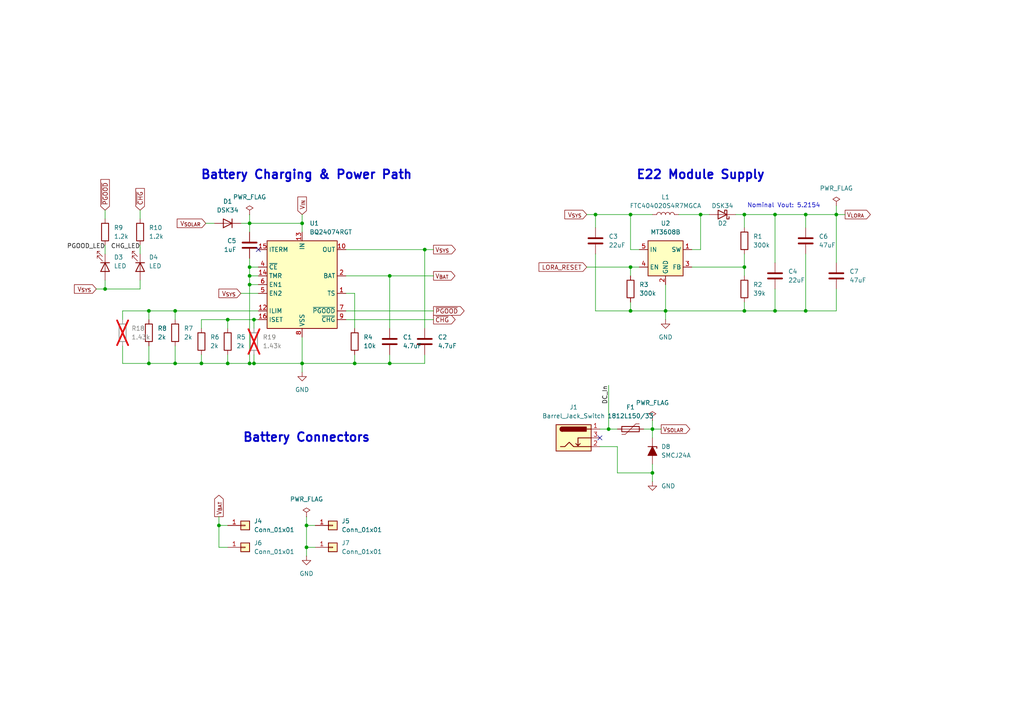
<source format=kicad_sch>
(kicad_sch (version 20250114) (generator "eeschema") (generator_version "9.0")
  (paper "A4")
  (lib_symbols
    (symbol "Battery_Management:BQ24074RGT"
      (property "Reference" "U" (at -8.89 13.97 0))
      (property "Value" "BQ24074RGT" (at 16.51 13.97 0))
      (symbol "BQ24074RGT_0_1"
        (rectangle (start -10.16 12.7) (end 10.16 -12.7) (stroke (width 0.254)) (fill (type background)))
      )
      (symbol "BQ24074RGT_1_1"
        (pin input line (at -12.7 10.16 0) (length 2.54) (name "ITERM") (number "15"))
        (pin input line (at -12.7 5.08 0) (length 2.54) (name "~{CE}") (number "4"))
        (pin input line (at -12.7 2.54 0) (length 2.54) (name "TMR") (number "14"))
        (pin input line (at -12.7 0 0) (length 2.54) (name "EN1") (number "6"))
        (pin input line (at -12.7 -2.54 0) (length 2.54) (name "EN2") (number "5"))
        (pin passive line (at -12.7 -7.62 0) (length 2.54) (name "ILIM") (number "12"))
        (pin passive line (at -12.7 -10.16 0) (length 2.54) (name "ISET") (number "16"))
        (pin power_in line (at 0 15.24 270) (length 2.54) (name "IN") (number "13"))
        (pin passive line (at 0 -15.24 90) (length 2.54) (hide yes) (name "VSS") (number "17"))
        (pin power_in line (at 0 -15.24 90) (length 2.54) (name "VSS") (number "8"))
        (pin power_out line (at 12.7 10.16 180) (length 2.54) (name "OUT") (number "10"))
        (pin passive line (at 12.7 10.16 180) (length 2.54) (hide yes) (name "OUT") (number "11"))
        (pin power_out line (at 12.7 2.54 180) (length 2.54) (name "BAT") (number "2"))
        (pin passive line (at 12.7 2.54 180) (length 2.54) (hide yes) (name "BAT") (number "3"))
        (pin passive line (at 12.7 -2.54 180) (length 2.54) (name "TS") (number "1"))
        (pin open_collector line (at 12.7 -7.62 180) (length 2.54) (name "~{PGOOD}") (number "7"))
        (pin open_collector line (at 12.7 -10.16 180) (length 2.54) (name "~{CHG}") (number "9"))
      )
    )
    (symbol "Connector:Barrel_Jack_Switch" (pin_names (hide yes))
      (property "Reference" "J" (at 0 5.334 0))
      (property "Value" "Barrel_Jack_Switch" (at 0 -5.08 0))
      (symbol "Barrel_Jack_Switch_0_1"
        (rectangle (start -5.08 3.81) (end 5.08 -3.81) (stroke (width 0.254)) (fill (type background)))
        (polyline (pts (xy -3.81 -2.54) (xy -2.54 -2.54) (xy -1.27 -1.27) (xy 0 -2.54) (xy 2.54 -2.54) (xy 5.08 -2.54)) (stroke (width 0.254)))
        (arc (start -3.302 1.905) (mid -3.9343 2.54) (end -3.302 3.175) (stroke (width 0.254)))
        (arc (start -3.302 1.905) (mid -3.9343 2.54) (end -3.302 3.175) (stroke (width 0.254)) (fill (type outline)))
        (polyline (pts (xy 1.27 -2.286) (xy 1.905 -1.651)) (stroke (width 0.254)))
        (rectangle (start 3.683 3.175) (end -3.302 1.905) (stroke (width 0.254)) (fill (type outline)))
        (polyline (pts (xy 5.08 2.54) (xy 3.81 2.54)) (stroke (width 0.254)))
        (polyline (pts (xy 5.08 0) (xy 1.27 0) (xy 1.27 -2.286) (xy 0.635 -1.651)) (stroke (width 0.254)))
      )
      (symbol "Barrel_Jack_Switch_1_1"
        (pin passive line (at 7.62 2.54 180) (length 2.54) (name "~") (number "1"))
        (pin passive line (at 7.62 0 180) (length 2.54) (name "~") (number "3"))
        (pin passive line (at 7.62 -2.54 180) (length 2.54) (name "~") (number "2"))
      )
    )
    (symbol "Connector_Generic:Conn_01x01" (pin_names (offset 1.016) (hide yes))
      (property "Reference" "J" (at 0 2.54 0))
      (property "Value" "Conn_01x01" (at 0 -2.54 0))
      (symbol "Conn_01x01_1_1"
        (rectangle (start -1.27 1.27) (end 1.27 -1.27) (stroke (width 0.254)) (fill (type background)))
        (rectangle (start -1.27 0.127) (end 0 -0.127) (stroke (width 0.1524)))
        (pin passive line (at -5.08 0 0) (length 3.81) (name "Pin_1") (number "1"))
      )
    )
    (symbol "Device:C" (pin_numbers (hide yes)) (pin_names (offset 0.254))
      (property "Reference" "C" (at 0.635 2.54 0))
      (property "Value" "C" (at 0.635 -2.54 0))
      (symbol "C_0_1"
        (polyline (pts (xy -2.032 0.762) (xy 2.032 0.762)) (stroke (width 0.508)))
        (polyline (pts (xy -2.032 -0.762) (xy 2.032 -0.762)) (stroke (width 0.508)))
      )
      (symbol "C_1_1"
        (pin passive line (at 0 3.81 270) (length 2.794) (name "~") (number "1"))
        (pin passive line (at 0 -3.81 90) (length 2.794) (name "~") (number "2"))
      )
    )
    (symbol "Device:D" (pin_numbers (hide yes)) (pin_names (offset 1.016) (hide yes))
      (property "Reference" "D" (at 0 2.54 0))
      (property "Value" "D" (at 0 -2.54 0))
      (symbol "D_0_1"
        (polyline (pts (xy -1.27 1.27) (xy -1.27 -1.27)) (stroke (width 0.254)))
        (polyline (pts (xy 1.27 1.27) (xy 1.27 -1.27) (xy -1.27 0) (xy 1.27 1.27)) (stroke (width 0.254)))
        (polyline (pts (xy 1.27 0) (xy -1.27 0)))
      )
      (symbol "D_1_1"
        (pin passive line (at -3.81 0 0) (length 2.54) (name "K") (number "1"))
        (pin passive line (at 3.81 0 180) (length 2.54) (name "A") (number "2"))
      )
    )
    (symbol "Device:D_Schottky" (pin_numbers (hide yes)) (pin_names (offset 1.016) (hide yes))
      (property "Reference" "D" (at 0 2.54 0))
      (property "Value" "D_Schottky" (at 0 -2.54 0))
      (symbol "D_Schottky_0_1"
        (polyline (pts (xy -1.905 0.635) (xy -1.905 1.27) (xy -1.27 1.27) (xy -1.27 -1.27) (xy -0.635 -1.27) (xy -0.635 -0.635)) (stroke (width 0.254)))
        (polyline (pts (xy 1.27 1.27) (xy 1.27 -1.27) (xy -1.27 0) (xy 1.27 1.27)) (stroke (width 0.254)))
        (polyline (pts (xy 1.27 0) (xy -1.27 0)))
      )
      (symbol "D_Schottky_1_1"
        (pin passive line (at -3.81 0 0) (length 2.54) (name "K") (number "1"))
        (pin passive line (at 3.81 0 180) (length 2.54) (name "A") (number "2"))
      )
    )
    (symbol "Device:D_Zener_Filled" (pin_numbers (hide yes)) (pin_names (offset 1.016) (hide yes))
      (property "Reference" "D" (at 0 2.54 0))
      (property "Value" "D_Zener_Filled" (at 0 -2.54 0))
      (symbol "D_Zener_Filled_0_1"
        (polyline (pts (xy -1.27 -1.27) (xy -1.27 1.27) (xy -0.762 1.27)) (stroke (width 0.254)))
        (polyline (pts (xy 1.27 0) (xy -1.27 0)))
        (polyline (pts (xy 1.27 -1.27) (xy 1.27 1.27) (xy -1.27 0) (xy 1.27 -1.27)) (stroke (width 0.254)) (fill (type outline)))
      )
      (symbol "D_Zener_Filled_1_1"
        (pin passive line (at -3.81 0 0) (length 2.54) (name "K") (number "1"))
        (pin passive line (at 3.81 0 180) (length 2.54) (name "A") (number "2"))
      )
    )
    (symbol "Device:L" (pin_numbers (hide yes)) (pin_names (offset 1.016) (hide yes))
      (property "Reference" "L" (at -1.27 0 90))
      (property "Value" "L" (at 1.905 0 90))
      (symbol "L_0_1"
        (arc (start 0 2.54) (mid 0.6323 1.905) (end 0 1.27))
        (arc (start 0 1.27) (mid 0.6323 0.635) (end 0 0))
        (arc (start 0 0) (mid 0.6323 -0.635) (end 0 -1.27))
        (arc (start 0 -1.27) (mid 0.6323 -1.905) (end 0 -2.54))
      )
      (symbol "L_1_1"
        (pin passive line (at 0 3.81 270) (length 1.27) (name "1") (number "1"))
        (pin passive line (at 0 -3.81 90) (length 1.27) (name "2") (number "2"))
      )
    )
    (symbol "Device:LED" (pin_numbers (hide yes)) (pin_names (offset 1.016) (hide yes))
      (property "Reference" "D" (at 0 2.54 0))
      (property "Value" "LED" (at 0 -2.54 0))
      (symbol "LED_0_1"
        (polyline (pts (xy -3.048 -0.762) (xy -4.572 -2.286) (xy -3.81 -2.286) (xy -4.572 -2.286) (xy -4.572 -1.524)))
        (polyline (pts (xy -1.778 -0.762) (xy -3.302 -2.286) (xy -2.54 -2.286) (xy -3.302 -2.286) (xy -3.302 -1.524)))
        (polyline (pts (xy -1.27 0) (xy 1.27 0)))
        (polyline (pts (xy -1.27 -1.27) (xy -1.27 1.27)) (stroke (width 0.254)))
        (polyline (pts (xy 1.27 -1.27) (xy 1.27 1.27) (xy -1.27 0) (xy 1.27 -1.27)) (stroke (width 0.254)))
      )
      (symbol "LED_1_1"
        (pin passive line (at -3.81 0 0) (length 2.54) (name "K") (number "1"))
        (pin passive line (at 3.81 0 180) (length 2.54) (name "A") (number "2"))
      )
    )
    (symbol "Device:Polyfuse" (pin_numbers (hide yes)) (pin_names (offset 0))
      (property "Reference" "F" (at -2.54 0 90))
      (property "Value" "Polyfuse" (at 2.54 0 90))
      (symbol "Polyfuse_0_1"
        (polyline (pts (xy -1.524 2.54) (xy -1.524 1.524) (xy 1.524 -1.524) (xy 1.524 -2.54)))
        (rectangle (start -0.762 2.54) (end 0.762 -2.54) (stroke (width 0.254)))
        (polyline (pts (xy 0 2.54) (xy 0 -2.54)))
      )
      (symbol "Polyfuse_1_1"
        (pin passive line (at 0 3.81 270) (length 1.27) (name "~") (number "1"))
        (pin passive line (at 0 -3.81 90) (length 1.27) (name "~") (number "2"))
      )
    )
    (symbol "Device:R" (pin_numbers (hide yes)) (pin_names (offset 0))
      (property "Reference" "R" (at 2.032 0 90))
      (property "Value" "R" (at 0 0 90))
      (symbol "R_0_1"
        (rectangle (start -1.016 -2.54) (end 1.016 2.54) (stroke (width 0.254)))
      )
      (symbol "R_1_1"
        (pin passive line (at 0 3.81 270) (length 1.27) (name "~") (number "1"))
        (pin passive line (at 0 -3.81 90) (length 1.27) (name "~") (number "2"))
      )
    )
    (symbol "Regulator_Switching:MT3608"
      (property "Reference" "U" (at -2.54 8.89 0))
      (property "Value" "MT3608" (at -3.81 6.35 0))
      (symbol "MT3608_0_1"
        (rectangle (start -5.08 5.08) (end 5.08 -5.08) (stroke (width 0.254)) (fill (type background)))
      )
      (symbol "MT3608_1_1"
        (pin power_in line (at -7.62 2.54 0) (length 2.54) (name "IN") (number "5"))
        (pin input line (at -7.62 -2.54 0) (length 2.54) (name "EN") (number "4"))
        (pin power_in line (at 0 -7.62 90) (length 2.54) (name "GND") (number "2"))
        (pin no_connect line (at 5.08 0 180) (length 2.54) (hide yes) (name "NC") (number "6"))
        (pin passive line (at 7.62 2.54 180) (length 2.54) (name "SW") (number "1"))
        (pin input line (at 7.62 -2.54 180) (length 2.54) (name "FB") (number "3"))
      )
    )
    (symbol "power:GND" (power) (pin_numbers (hide yes)) (pin_names (offset 0) (hide yes))
      (property "Value" "GND" (at 0 -3.81 0))
      (symbol "GND_0_1"
        (polyline (pts (xy 0 0) (xy 0 -1.27) (xy 1.27 -1.27) (xy 0 -2.54) (xy -1.27 -1.27) (xy 0 -1.27)))
      )
      (symbol "GND_1_1"
        (pin power_in line (at 0 0 270) (length 0) (name "~") (number "1"))
      )
    )
    (symbol "power:PWR_FLAG" (power) (pin_numbers (hide yes)) (pin_names (offset 0) (hide yes))
      (property "Value" "PWR_FLAG" (at 0 3.81 0))
      (symbol "PWR_FLAG_0_0"
        (pin power_out line (at 0 0 90) (length 0) (name "~") (number "1"))
      )
      (symbol "PWR_FLAG_0_1"
        (polyline (pts (xy 0 0) (xy 0 1.27) (xy -1.016 1.905) (xy 0 2.54) (xy 1.016 1.905) (xy 0 1.27)))
      )
    )
  )
  (text "E22 Module Supply" (at 203.2 50.8 0) (effects (font (size 2.54 2.54) (thickness 0.508) (bold yes))))
  (text "Battery Connectors" (at 88.9 127 0) (effects (font (size 2.54 2.54) (thickness 0.508) (bold yes))))
  (text "Battery Charging & Power Path" (at 88.9 50.8 0) (effects (font (size 2.54 2.54) (thickness 0.508) (bold yes))))
  (text "Nominal Vout: 5.2154" (at 227.33 59.69 0) (effects (font (size 1.27 1.27))))
  (junction (at 215.9 62.23))
  (junction (at 215.9 90.17))
  (junction (at 43.18 105.41))
  (junction (at 113.03 105.41))
  (junction (at 224.79 62.23))
  (junction (at 66.04 92.71))
  (junction (at 87.63 105.41))
  (junction (at 102.87 105.41))
  (junction (at 233.68 90.17))
  (junction (at 50.8 105.41))
  (junction (at 72.39 105.41))
  (junction (at 233.68 62.23))
  (junction (at 73.66 92.71))
  (junction (at 224.79 90.17))
  (junction (at 203.2 62.23))
  (junction (at 72.39 77.47))
  (junction (at 88.9 158.75))
  (junction (at 43.18 90.17))
  (junction (at 182.88 77.47))
  (junction (at 66.04 105.41))
  (junction (at 87.63 64.77))
  (junction (at 193.04 90.17))
  (junction (at 189.23 124.46))
  (junction (at 113.03 80.01))
  (junction (at 72.39 64.77))
  (junction (at 215.9 77.47))
  (junction (at 182.88 90.17))
  (junction (at 58.42 105.41))
  (junction (at 172.72 62.23))
  (junction (at 242.57 62.23))
  (junction (at 72.39 80.01))
  (junction (at 88.9 152.4))
  (junction (at 123.19 72.39))
  (junction (at 63.5 152.4))
  (junction (at 73.66 105.41))
  (junction (at 182.88 62.23))
  (junction (at 189.23 137.16))
  (junction (at 176.53 124.46))
  (junction (at 30.48 83.82))
  (junction (at 72.39 82.55))
  (junction (at 50.8 90.17))
  (no_connect (at 173.99 127))
  (no_connect (at 74.93 72.39))
  (wire (pts (xy 100.33 90.17) (xy 125.73 90.17)))
  (wire (pts (xy 27.94 83.82) (xy 30.48 83.82)))
  (wire (pts (xy 35.56 100.33) (xy 35.56 105.41)))
  (wire (pts (xy 58.42 92.71) (xy 66.04 92.71)))
  (wire (pts (xy 72.39 62.23) (xy 72.39 64.77)))
  (wire (pts (xy 113.03 102.87) (xy 113.03 105.41)))
  (wire (pts (xy 66.04 105.41) (xy 72.39 105.41)))
  (wire (pts (xy 196.85 62.23) (xy 203.2 62.23)))
  (wire (pts (xy 30.48 81.28) (xy 30.48 83.82)))
  (wire (pts (xy 74.93 90.17) (xy 50.8 90.17)))
  (wire (pts (xy 113.03 80.01) (xy 113.03 95.25)))
  (wire (pts (xy 63.5 149.86) (xy 63.5 152.4)))
  (wire (pts (xy 69.85 64.77) (xy 72.39 64.77)))
  (wire (pts (xy 72.39 74.93) (xy 72.39 77.47)))
  (wire (pts (xy 40.64 71.12) (xy 40.64 73.66)))
  (wire (pts (xy 182.88 87.63) (xy 182.88 90.17)))
  (wire (pts (xy 242.57 59.69) (xy 242.57 62.23)))
  (wire (pts (xy 182.88 72.39) (xy 185.42 72.39)))
  (wire (pts (xy 172.72 73.66) (xy 172.72 90.17)))
  (wire (pts (xy 170.18 62.23) (xy 172.72 62.23)))
  (wire (pts (xy 215.9 66.04) (xy 215.9 62.23)))
  (wire (pts (xy 87.63 105.41) (xy 102.87 105.41)))
  (wire (pts (xy 43.18 100.33) (xy 43.18 105.41)))
  (wire (pts (xy 66.04 92.71) (xy 66.04 95.25)))
  (wire (pts (xy 74.93 92.71) (xy 73.66 92.71)))
  (wire (pts (xy 63.5 152.4) (xy 66.04 152.4)))
  (wire (pts (xy 35.56 92.71) (xy 35.56 90.17)))
  (wire (pts (xy 88.9 152.4) (xy 88.9 158.75)))
  (wire (pts (xy 182.88 90.17) (xy 172.72 90.17)))
  (wire (pts (xy 102.87 105.41) (xy 102.87 102.87)))
  (wire (pts (xy 50.8 100.33) (xy 50.8 105.41)))
  (wire (pts (xy 40.64 83.82) (xy 40.64 81.28)))
  (wire (pts (xy 242.57 83.82) (xy 242.57 90.17)))
  (wire (pts (xy 215.9 77.47) (xy 215.9 80.01)))
  (wire (pts (xy 74.93 82.55) (xy 72.39 82.55)))
  (wire (pts (xy 182.88 62.23) (xy 189.23 62.23)))
  (wire (pts (xy 50.8 90.17) (xy 50.8 92.71)))
  (wire (pts (xy 30.48 83.82) (xy 40.64 83.82)))
  (wire (pts (xy 43.18 92.71) (xy 43.18 90.17)))
  (wire (pts (xy 170.18 77.47) (xy 182.88 77.47)))
  (wire (pts (xy 242.57 90.17) (xy 233.68 90.17)))
  (wire (pts (xy 72.39 64.77) (xy 87.63 64.77)))
  (wire (pts (xy 179.07 129.54) (xy 173.99 129.54)))
  (wire (pts (xy 100.33 80.01) (xy 113.03 80.01)))
  (wire (pts (xy 72.39 77.47) (xy 72.39 80.01)))
  (wire (pts (xy 215.9 90.17) (xy 224.79 90.17)))
  (wire (pts (xy 200.66 77.47) (xy 215.9 77.47)))
  (wire (pts (xy 73.66 92.71) (xy 73.66 95.25)))
  (wire (pts (xy 73.66 105.41) (xy 87.63 105.41)))
  (wire (pts (xy 193.04 82.55) (xy 193.04 90.17)))
  (wire (pts (xy 233.68 62.23) (xy 242.57 62.23)))
  (wire (pts (xy 172.72 62.23) (xy 182.88 62.23)))
  (wire (pts (xy 91.44 152.4) (xy 88.9 152.4)))
  (wire (pts (xy 215.9 77.47) (xy 215.9 73.66)))
  (wire (pts (xy 66.04 158.75) (xy 63.5 158.75)))
  (wire (pts (xy 173.99 124.46) (xy 176.53 124.46)))
  (wire (pts (xy 193.04 90.17) (xy 215.9 90.17)))
  (wire (pts (xy 113.03 80.01) (xy 125.73 80.01)))
  (wire (pts (xy 72.39 64.77) (xy 72.39 67.31)))
  (wire (pts (xy 35.56 90.17) (xy 43.18 90.17)))
  (wire (pts (xy 74.93 77.47) (xy 72.39 77.47)))
  (wire (pts (xy 242.57 62.23) (xy 242.57 76.2)))
  (wire (pts (xy 59.69 64.77) (xy 62.23 64.77)))
  (wire (pts (xy 123.19 72.39) (xy 123.19 95.25)))
  (wire (pts (xy 182.88 77.47) (xy 182.88 80.01)))
  (wire (pts (xy 72.39 82.55) (xy 72.39 105.41)))
  (wire (pts (xy 87.63 62.23) (xy 87.63 64.77)))
  (wire (pts (xy 215.9 62.23) (xy 213.36 62.23)))
  (wire (pts (xy 73.66 102.87) (xy 73.66 105.41)))
  (wire (pts (xy 123.19 72.39) (xy 125.73 72.39)))
  (wire (pts (xy 203.2 72.39) (xy 203.2 62.23)))
  (wire (pts (xy 172.72 62.23) (xy 172.72 66.04)))
  (wire (pts (xy 176.53 111.76) (xy 176.53 124.46)))
  (wire (pts (xy 74.93 80.01) (xy 72.39 80.01)))
  (wire (pts (xy 224.79 83.82) (xy 224.79 90.17)))
  (wire (pts (xy 50.8 105.41) (xy 58.42 105.41)))
  (wire (pts (xy 189.23 137.16) (xy 189.23 139.7)))
  (wire (pts (xy 182.88 90.17) (xy 193.04 90.17)))
  (wire (pts (xy 182.88 62.23) (xy 182.88 72.39)))
  (wire (pts (xy 72.39 105.41) (xy 73.66 105.41)))
  (wire (pts (xy 58.42 95.25) (xy 58.42 92.71)))
  (wire (pts (xy 242.57 62.23) (xy 245.11 62.23)))
  (wire (pts (xy 58.42 105.41) (xy 66.04 105.41)))
  (wire (pts (xy 30.48 60.96) (xy 30.48 63.5)))
  (wire (pts (xy 73.66 92.71) (xy 66.04 92.71)))
  (wire (pts (xy 182.88 77.47) (xy 185.42 77.47)))
  (wire (pts (xy 123.19 102.87) (xy 123.19 105.41)))
  (wire (pts (xy 72.39 80.01) (xy 72.39 82.55)))
  (wire (pts (xy 233.68 73.66) (xy 233.68 90.17)))
  (wire (pts (xy 189.23 134.62) (xy 189.23 137.16)))
  (wire (pts (xy 203.2 62.23) (xy 205.74 62.23)))
  (wire (pts (xy 224.79 62.23) (xy 224.79 76.2)))
  (wire (pts (xy 224.79 62.23) (xy 233.68 62.23)))
  (wire (pts (xy 58.42 102.87) (xy 58.42 105.41)))
  (wire (pts (xy 176.53 124.46) (xy 179.07 124.46)))
  (wire (pts (xy 87.63 67.31) (xy 87.63 64.77)))
  (wire (pts (xy 87.63 97.79) (xy 87.63 105.41)))
  (wire (pts (xy 215.9 62.23) (xy 224.79 62.23)))
  (wire (pts (xy 215.9 87.63) (xy 215.9 90.17)))
  (wire (pts (xy 186.69 124.46) (xy 189.23 124.46)))
  (wire (pts (xy 233.68 90.17) (xy 224.79 90.17)))
  (wire (pts (xy 88.9 158.75) (xy 88.9 161.29)))
  (wire (pts (xy 189.23 121.92) (xy 189.23 124.46)))
  (wire (pts (xy 40.64 60.96) (xy 40.64 63.5)))
  (wire (pts (xy 88.9 158.75) (xy 91.44 158.75)))
  (wire (pts (xy 43.18 105.41) (xy 50.8 105.41)))
  (wire (pts (xy 87.63 105.41) (xy 87.63 107.95)))
  (wire (pts (xy 88.9 149.86) (xy 88.9 152.4)))
  (wire (pts (xy 63.5 158.75) (xy 63.5 152.4)))
  (wire (pts (xy 43.18 90.17) (xy 50.8 90.17)))
  (wire (pts (xy 200.66 72.39) (xy 203.2 72.39)))
  (wire (pts (xy 100.33 92.71) (xy 125.73 92.71)))
  (wire (pts (xy 100.33 85.09) (xy 102.87 85.09)))
  (wire (pts (xy 189.23 124.46) (xy 191.77 124.46)))
  (wire (pts (xy 179.07 129.54) (xy 179.07 137.16)))
  (wire (pts (xy 179.07 137.16) (xy 189.23 137.16)))
  (wire (pts (xy 102.87 105.41) (xy 113.03 105.41)))
  (wire (pts (xy 35.56 105.41) (xy 43.18 105.41)))
  (wire (pts (xy 113.03 105.41) (xy 123.19 105.41)))
  (wire (pts (xy 102.87 85.09) (xy 102.87 95.25)))
  (wire (pts (xy 189.23 124.46) (xy 189.23 127)))
  (wire (pts (xy 69.85 85.09) (xy 74.93 85.09)))
  (wire (pts (xy 100.33 72.39) (xy 123.19 72.39)))
  (wire (pts (xy 30.48 71.12) (xy 30.48 73.66)))
  (wire (pts (xy 233.68 62.23) (xy 233.68 66.04)))
  (wire (pts (xy 193.04 90.17) (xy 193.04 92.71)))
  (wire (pts (xy 66.04 102.87) (xy 66.04 105.41)))
  (label "DC_In" (at 176.53 111.76 270))
  (label "CHG_LED" (at 40.64 72.39 180))
  (label "PGOOD_LED" (at 30.48 72.39 180))
  (global_label "V_{SYS}" (shape input) (at 27.94 83.82 180) (effects (font (thickness 0.1588))) (property "Intersheetrefs" "${INTERSHEET_REFS}" (effects (hide yes))))
  (global_label "V_{LORA}" (shape output) (at 245.11 62.23 0) (property "Intersheetrefs" "${INTERSHEET_REFS}" (effects (hide yes))))
  (global_label "~{CHG}" (shape input) (at 40.64 60.96 90) (effects (font (thickness 0.1588))) (property "Intersheetrefs" "${INTERSHEET_REFS}" (effects (hide yes))))
  (global_label "V_{SOLAR}" (shape input) (at 59.69 64.77 180) (effects (font (thickness 0.1588))) (property "Intersheetrefs" "${INTERSHEET_REFS}" (effects (hide yes))))
  (global_label "V_{IN}" (shape input) (at 87.63 62.23 90) (effects (font (thickness 0.1588))) (property "Intersheetrefs" "${INTERSHEET_REFS}" (effects (hide yes))))
  (global_label "V_{SYS}" (shape input) (at 69.85 85.09 180) (effects (font (thickness 0.1588))) (property "Intersheetrefs" "${INTERSHEET_REFS}" (effects (hide yes))))
  (global_label "V_{SYS}" (shape output) (at 125.73 72.39 0) (effects (font (thickness 0.1588))) (property "Intersheetrefs" "${INTERSHEET_REFS}" (effects (hide yes))))
  (global_label "~{PGOOD}" (shape input) (at 30.48 60.96 90) (effects (font (thickness 0.1588))) (property "Intersheetrefs" "${INTERSHEET_REFS}" (effects (hide yes))))
  (global_label "LORA_RESET" (shape input) (at 170.18 77.47 180) (property "Intersheetrefs" "${INTERSHEET_REFS}" (effects (hide yes))))
  (global_label "~{PGOOD}" (shape output) (at 125.73 90.17 0) (effects (font (thickness 0.1588))) (property "Intersheetrefs" "${INTERSHEET_REFS}" (effects (hide yes))))
  (global_label "~{CHG}" (shape output) (at 125.73 92.71 0) (effects (font (thickness 0.1588))) (property "Intersheetrefs" "${INTERSHEET_REFS}" (effects (hide yes))))
  (global_label "V_{BAT}" (shape output) (at 125.73 80.01 0) (effects (font (thickness 0.1588))) (property "Intersheetrefs" "${INTERSHEET_REFS}" (effects (hide yes))))
  (global_label "V_{SOLAR}" (shape output) (at 191.77 124.46 0) (effects (font (thickness 0.1588))) (property "Intersheetrefs" "${INTERSHEET_REFS}" (effects (hide yes))))
  (global_label "V_{SYS}" (shape input) (at 170.18 62.23 180) (property "Intersheetrefs" "${INTERSHEET_REFS}" (effects (hide yes))))
  (global_label "V_{BAT}" (shape output) (at 63.5 149.86 90) (effects (font (thickness 0.1588))) (property "Intersheetrefs" "${INTERSHEET_REFS}" (effects (hide yes))))
  (symbol (lib_id "Device:L") (at 193.04 62.23 270) (mirror x) (unit 1)
    (property "Reference" "L1" (at 193.04 57.15 90))
    (property "Value" "FTC404020S4R7MGCA" (at 193.04 59.69 90))
    (property "Footprint" "Inductor_SMD:L_Changjiang_FTC404020S" (effects (hide yes)))
    (property "Description" "Inductor" (effects (hide yes)))
    (property "LCSC" "C39676072" (effects (hide yes)))
  )
  (symbol (lib_id "Device:C") (at 242.57 80.01 0) (unit 1)
    (property "Reference" "C7" (at 246.38 78.7399 0) (effects (justify left)))
    (property "Value" "47uF" (at 246.38 81.2799 0) (effects (justify left)))
    (property "Footprint" "Capacitor_SMD:C_0805_2012Metric" (effects (hide yes)))
    (property "Description" "Unpolarized capacitor" (effects (hide yes)))
    (property "MPN" "CL10A226MQ8NRNC" (effects (hide yes)))
    (property "LCSC" "C16780" (effects (hide yes)))
  )
  (symbol (lib_id "Device:LED") (at 30.48 77.47 270) (unit 1)
    (property "Reference" "D3" (at 33.02 74.6124 90) (effects (justify left)))
    (property "Value" "LED" (at 33.02 77.1524 90) (effects (justify left)))
    (property "Footprint" "LED_SMD:LED_0603_1608Metric" (effects (hide yes)))
    (property "Description" "Light emitting diode" (effects (hide yes)))
    (property "Sim.Pins" "1=K 2=A" (effects (hide yes)))
    (property "LCSC" "C2290" (effects (hide yes)))
  )
  (symbol (lib_id "power:PWR_FLAG") (at 189.23 121.92 0) (unit 1)
    (property "Reference" "#FLG04" (effects (hide yes)))
    (property "Value" "PWR_FLAG" (at 189.23 116.84 0))
    (property "Description" "Special symbol for telling ERC where power comes from" (effects (hide yes)))
  )
  (symbol (lib_id "Device:D_Zener_Filled") (at 189.23 130.81 270) (unit 1)
    (property "Reference" "D8" (at 191.77 129.5399 90) (effects (justify left)))
    (property "Value" "SMCJ24A" (at 191.77 132.0799 90) (effects (justify left)))
    (property "Footprint" "Diode_SMD:D_SMC" (effects (hide yes)))
    (property "Description" "Zener diode, filled shape" (effects (hide yes)))
    (property "LCSC" "C19077604" (effects (hide yes)))
  )
  (symbol (lib_id "Device:D") (at 66.04 64.77 180) (unit 1)
    (property "Reference" "D1" (at 66.04 58.42 0))
    (property "Value" "DSK34" (at 66.04 60.96 0))
    (property "Footprint" "Diode_SMD:D_SOD-123F" (effects (hide yes)))
    (property "Description" "Diode" (effects (hide yes)))
    (property "Sim.Device" "D" (effects (hide yes)))
    (property "Sim.Pins" "1=K 2=A" (effects (hide yes)))
    (property "LCSC" "C7502709" (effects (hide yes)))
  )
  (symbol (lib_id "Device:R") (at 40.64 67.31 0) (unit 1)
    (property "Reference" "R10" (at 43.18 66.0399 0) (effects (justify left)))
    (property "Value" "1.2k" (at 43.18 68.5799 0) (effects (justify left)))
    (property "Footprint" "Resistor_SMD:R_0402_1005Metric" (effects (hide yes)))
    (property "Description" "Resistor" (effects (hide yes)))
    (property "LCSC" "C25862" (effects (hide yes)))
  )
  (symbol (lib_id "Device:D_Schottky") (at 209.55 62.23 180) (unit 1)
    (property "Reference" "D2" (at 209.55 64.77 0))
    (property "Value" "DSK34" (at 209.55 59.69 0))
    (property "Footprint" "Diode_SMD:D_SOD-123F" (effects (hide yes)))
    (property "Description" "Schottky diode" (effects (hide yes)))
    (property "LCSC" "C7502709" (effects (hide yes)))
  )
  (symbol (lib_id "Device:R") (at 58.42 99.06 0) (unit 1)
    (property "Reference" "R6" (at 60.96 97.7899 0) (effects (justify left)))
    (property "Value" "2k" (at 60.96 100.3299 0) (effects (justify left)))
    (property "Footprint" "Resistor_SMD:R_0402_1005Metric" (effects (hide yes)))
    (property "Description" "Resistor" (effects (hide yes)))
    (property "LCSC" "C4109" (effects (hide yes)))
  )
  (symbol (lib_id "power:PWR_FLAG") (at 242.57 59.69 0) (unit 1)
    (property "Reference" "#FLG03" (effects (hide yes)))
    (property "Value" "PWR_FLAG" (at 242.57 54.61 0))
    (property "Description" "Special symbol for telling ERC where power comes from" (effects (hide yes)))
  )
  (symbol (lib_id "power:GND") (at 88.9 161.29 0) (unit 1)
    (property "Reference" "#PWR04" (effects (hide yes)))
    (property "Value" "GND" (at 88.9 166.37 0))
    (property "Description" "Power symbol creates a global label with name \"GND\" , ground" (effects (hide yes)))
  )
  (symbol (lib_id "power:PWR_FLAG") (at 88.9 149.86 0) (unit 1)
    (property "Reference" "#FLG06" (effects (hide yes)))
    (property "Value" "PWR_FLAG" (at 88.9 144.78 0))
    (property "Description" "Special symbol for telling ERC where power comes from" (effects (hide yes)))
  )
  (symbol (lib_id "Device:R") (at 182.88 83.82 0) (unit 1)
    (property "Reference" "R3" (at 185.42 82.5499 0) (effects (justify left)))
    (property "Value" "300k" (at 185.42 85.0899 0) (effects (justify left)))
    (property "Footprint" "Resistor_SMD:R_0402_1005Metric" (effects (hide yes)))
    (property "Description" "Resistor" (effects (hide yes)))
    (property "LCSC" "C25774" (effects (hide yes)))
  )
  (symbol (lib_id "Device:R") (at 215.9 83.82 0) (unit 1)
    (property "Reference" "R2" (at 218.44 82.5499 0) (effects (justify left)))
    (property "Value" "39k" (at 218.44 85.0899 0) (effects (justify left)))
    (property "Footprint" "Resistor_SMD:R_0402_1005Metric" (effects (hide yes)))
    (property "Description" "Resistor" (effects (hide yes)))
    (property "MPN" "0603WAF1871T5E" (effects (hide yes)))
    (property "LCSC" "C25783" (effects (hide yes)))
  )
  (symbol (lib_id "Device:Polyfuse") (at 182.88 124.46 90) (unit 1)
    (property "Reference" "F1" (at 182.88 118.11 90))
    (property "Value" "1812L150/33" (at 182.88 120.65 90))
    (property "Footprint" "Fuse:Fuse_1812_4532Metric" (effects (hide yes)))
    (property "Description" "Resettable fuse, polymeric positive temperature coefficient" (effects (hide yes)))
    (property "LCSC" "C42369221" (effects (hide yes)))
  )
  (symbol (lib_id "power:GND") (at 87.63 107.95 0) (unit 1)
    (property "Reference" "#PWR01" (effects (hide yes)))
    (property "Value" "GND" (at 87.63 113.03 0))
    (property "Description" "Power symbol creates a global label with name \"GND\" , ground" (effects (hide yes)))
  )
  (symbol (lib_id "Device:R") (at 43.18 96.52 0) (unit 1)
    (property "Reference" "R8" (at 45.72 95.2499 0) (effects (justify left)))
    (property "Value" "2k" (at 45.72 97.7899 0) (effects (justify left)))
    (property "Footprint" "Resistor_SMD:R_0402_1005Metric" (effects (hide yes)))
    (property "Description" "Resistor" (effects (hide yes)))
    (property "LCSC" "C4109" (effects (hide yes)))
  )
  (symbol (lib_id "power:PWR_FLAG") (at 72.39 62.23 0) (unit 1)
    (property "Reference" "#FLG05" (effects (hide yes)))
    (property "Value" "PWR_FLAG" (at 72.39 57.15 0))
    (property "Description" "Special symbol for telling ERC where power comes from" (effects (hide yes)))
  )
  (symbol (lib_id "Device:C") (at 123.19 99.06 0) (unit 1)
    (property "Reference" "C2" (at 127 97.7899 0) (effects (justify left)))
    (property "Value" "4.7uF" (at 127 100.3299 0) (effects (justify left)))
    (property "Footprint" "Capacitor_SMD:C_0402_1005Metric" (effects (hide yes)))
    (property "Description" "Unpolarized capacitor" (effects (hide yes)))
    (property "MPN" "CL10A226MQ8NRNC" (effects (hide yes)))
    (property "LCSC" "C23733" (effects (hide yes)))
  )
  (symbol (lib_id "Device:C") (at 233.68 69.85 0) (unit 1)
    (property "Reference" "C6" (at 237.49 68.5799 0) (effects (justify left)))
    (property "Value" "47uF" (at 237.49 71.1199 0) (effects (justify left)))
    (property "Footprint" "Capacitor_SMD:C_0805_2012Metric" (effects (hide yes)))
    (property "Description" "Unpolarized capacitor" (effects (hide yes)))
    (property "MPN" "CL10A226MQ8NRNC" (effects (hide yes)))
    (property "LCSC" "C16780" (effects (hide yes)))
  )
  (symbol (lib_id "Device:LED") (at 40.64 77.47 270) (unit 1)
    (property "Reference" "D4" (at 43.18 74.6124 90) (effects (justify left)))
    (property "Value" "LED" (at 43.18 77.1524 90) (effects (justify left)))
    (property "Footprint" "LED_SMD:LED_0603_1608Metric" (effects (hide yes)))
    (property "Description" "Light emitting diode" (effects (hide yes)))
    (property "Sim.Pins" "1=K 2=A" (effects (hide yes)))
    (property "LCSC" "C2290" (effects (hide yes)))
  )
  (symbol (lib_id "Device:C") (at 224.79 80.01 0) (unit 1)
    (property "Reference" "C4" (at 228.6 78.7399 0) (effects (justify left)))
    (property "Value" "22uF" (at 228.6 81.2799 0) (effects (justify left)))
    (property "Footprint" "Capacitor_SMD:C_0603_1608Metric" (effects (hide yes)))
    (property "Description" "Unpolarized capacitor" (effects (hide yes)))
    (property "MPN" "CL10A226MQ8NRNC" (effects (hide yes)))
    (property "LCSC" "C59461" (effects (hide yes)))
  )
  (symbol (lib_id "power:GND") (at 189.23 139.7 0) (unit 1)
    (property "Reference" "#PWR02" (effects (hide yes)))
    (property "Value" "GND" (at 191.77 140.9699 0) (effects (justify left)))
    (property "Description" "Power symbol creates a global label with name \"GND\" , ground" (effects (hide yes)))
  )
  (symbol (lib_id "Regulator_Switching:MT3608") (at 193.04 74.93 0) (unit 1)
    (property "Reference" "U2" (at 193.04 64.77 0))
    (property "Value" "MT3608B" (at 193.04 67.31 0))
    (property "Footprint" "Package_TO_SOT_SMD:SOT-23-6" (effects (hide yes)))
    (property "Datasheet" "https://www.olimex.com/Products/Breadboarding/BB-PWR-3608/resources/MT3608.pdf" (effects (hide yes)))
    (property "Description" "High Efficiency 1.2MHz 2A Step Up Converter, 2-24V Vin, 28V Vout, 4A current limit, 1.2MHz, SOT23-6" (effects (hide yes)))
    (property "LCSC" "C19189893" (effects (hide yes)))
  )
  (symbol (lib_id "Connector_Generic:Conn_01x01") (at 96.52 152.4 0) (unit 1)
    (property "Reference" "J5" (at 99.06 151.1299 0) (effects (justify left)))
    (property "Value" "Conn_01x01" (at 99.06 153.6699 0) (effects (justify left)))
    (property "Footprint" "Battery:BatteryClip_Keystone_54_D16-19mm" (effects (hide yes)))
    (property "Description" "Generic connector, single row, 01x01, script generated (kicad-library-utils/schlib/autogen/connector/)" (effects (hide yes)))
    (property "LCSC" "C2685232" (effects (hide yes)))
  )
  (symbol (lib_id "Device:R") (at 50.8 96.52 0) (unit 1)
    (property "Reference" "R7" (at 53.34 95.2499 0) (effects (justify left)))
    (property "Value" "2k" (at 53.34 97.7899 0) (effects (justify left)))
    (property "Footprint" "Resistor_SMD:R_0402_1005Metric" (effects (hide yes)))
    (property "Description" "Resistor" (effects (hide yes)))
    (property "LCSC" "C4109" (effects (hide yes)))
  )
  (symbol (lib_id "power:GND") (at 193.04 92.71 0) (unit 1)
    (property "Reference" "#PWR07" (effects (hide yes)))
    (property "Value" "GND" (at 193.04 97.79 0))
    (property "Description" "Power symbol creates a global label with name \"GND\" , ground" (effects (hide yes)))
  )
  (symbol (lib_id "Device:R") (at 215.9 69.85 0) (unit 1)
    (property "Reference" "R1" (at 218.44 68.5799 0) (effects (justify left)))
    (property "Value" "300k" (at 218.44 71.1199 0) (effects (justify left)))
    (property "Footprint" "Resistor_SMD:R_0402_1005Metric" (effects (hide yes)))
    (property "Description" "Resistor" (effects (hide yes)))
    (property "MPN" "0603WAF1502T5E" (effects (hide yes)))
    (property "LCSC" "C25774" (effects (hide yes)))
  )
  (symbol (lib_id "Device:R") (at 73.66 99.06 0) (unit 1) (in_bom no) (dnp yes)
    (property "Reference" "R19" (at 76.2 97.7899 0) (effects (justify left)))
    (property "Value" "1.43k" (at 76.2 100.3299 0) (effects (justify left)))
    (property "Footprint" "Resistor_SMD:R_0402_1005Metric" (effects (hide yes)))
    (property "Description" "Resistor" (effects (hide yes)))
    (property "LCSC" "C25867" (effects (hide yes)))
  )
  (symbol (lib_id "Device:C") (at 113.03 99.06 0) (unit 1)
    (property "Reference" "C1" (at 116.84 97.7899 0) (effects (justify left)))
    (property "Value" "4.7uF" (at 116.84 100.3299 0) (effects (justify left)))
    (property "Footprint" "Capacitor_SMD:C_0402_1005Metric" (effects (hide yes)))
    (property "Description" "Unpolarized capacitor" (effects (hide yes)))
    (property "MPN" "CL10A226MQ8NRNC" (effects (hide yes)))
    (property "LCSC" "C23733" (effects (hide yes)))
  )
  (symbol (lib_id "Device:C") (at 72.39 71.12 0) (mirror y) (unit 1)
    (property "Reference" "C5" (at 68.58 69.8499 0) (effects (justify left)))
    (property "Value" "1uF" (at 68.58 72.3899 0) (effects (justify left)))
    (property "Footprint" "Capacitor_SMD:C_0402_1005Metric" (effects (hide yes)))
    (property "Description" "Unpolarized capacitor" (effects (hide yes)))
    (property "MPN" "CL10A226MQ8NRNC" (effects (hide yes)))
    (property "LCSC" "C52923" (effects (hide yes)))
  )
  (symbol (lib_id "Device:R") (at 35.56 96.52 0) (unit 1) (in_bom no) (dnp yes)
    (property "Reference" "R18" (at 38.1 95.2499 0) (effects (justify left)))
    (property "Value" "1.43k" (at 38.1 97.7899 0) (effects (justify left)))
    (property "Footprint" "Resistor_SMD:R_0402_1005Metric" (effects (hide yes)))
    (property "Description" "Resistor" (effects (hide yes)))
    (property "LCSC" "C25867" (effects (hide yes)))
  )
  (symbol (lib_id "Connector_Generic:Conn_01x01") (at 71.12 158.75 0) (unit 1)
    (property "Reference" "J6" (at 73.66 157.4799 0) (effects (justify left)))
    (property "Value" "Conn_01x01" (at 73.66 160.0199 0) (effects (justify left)))
    (property "Footprint" "Battery:BatteryClip_Keystone_54_D16-19mm" (effects (hide yes)))
    (property "Description" "Generic connector, single row, 01x01, script generated (kicad-library-utils/schlib/autogen/connector/)" (effects (hide yes)))
    (property "LCSC" "C2685232" (effects (hide yes)))
  )
  (symbol (lib_id "Battery_Management:BQ24074RGT") (at 87.63 82.55 0) (unit 1)
    (property "Reference" "U1" (at 89.7733 64.77 0) (effects (justify left)))
    (property "Value" "BQ24074RGT" (at 89.7733 67.31 0) (effects (justify left)))
    (property "Footprint" "Package_DFN_QFN:VQFN-16-1EP_3x3mm_P0.5mm_EP1.6x1.6mm" (effects (hide yes)))
    (property "Datasheet" "http://www.ti.com/lit/ds/symlink/bq24074.pdf" (effects (hide yes)))
    (property "Description" "USB-Friendly Li-Ion Battery Charger and Power-Path Management, VQFN-16" (effects (hide yes)))
    (property "LCSC" "C54313" (effects (hide yes)))
  )
  (symbol (lib_id "Device:C") (at 172.72 69.85 0) (unit 1)
    (property "Reference" "C3" (at 176.53 68.5799 0) (effects (justify left)))
    (property "Value" "22uF" (at 176.53 71.1199 0) (effects (justify left)))
    (property "Footprint" "Capacitor_SMD:C_0603_1608Metric" (effects (hide yes)))
    (property "Description" "Unpolarized capacitor" (effects (hide yes)))
    (property "LCSC" "C59461" (effects (hide yes)))
  )
  (symbol (lib_id "Connector_Generic:Conn_01x01") (at 96.52 158.75 0) (unit 1)
    (property "Reference" "J7" (at 99.06 157.4799 0) (effects (justify left)))
    (property "Value" "Conn_01x01" (at 99.06 160.0199 0) (effects (justify left)))
    (property "Footprint" "Battery:BatteryClip_Keystone_54_D16-19mm" (effects (hide yes)))
    (property "Description" "Generic connector, single row, 01x01, script generated (kicad-library-utils/schlib/autogen/connector/)" (effects (hide yes)))
    (property "LCSC" "C2685232" (effects (hide yes)))
  )
  (symbol (lib_id "Connector:Barrel_Jack_Switch") (at 166.37 127 0) (unit 1)
    (property "Reference" "J1" (at 166.37 118.11 0))
    (property "Value" "Barrel_Jack_Switch" (at 166.37 120.65 0))
    (property "Footprint" "Connector_BarrelJack:BarrelJack_Horizontal" (effects (hide yes)))
    (property "Description" "DC Barrel Jack with an internal switch" (effects (hide yes)))
    (property "LCSC" "C16214" (effects (hide yes)))
  )
  (symbol (lib_id "Device:R") (at 102.87 99.06 0) (unit 1)
    (property "Reference" "R4" (at 105.41 97.7899 0) (effects (justify left)))
    (property "Value" "10k" (at 105.41 100.3299 0) (effects (justify left)))
    (property "Footprint" "Resistor_SMD:R_0402_1005Metric" (effects (hide yes)))
    (property "Description" "Resistor" (effects (hide yes)))
    (property "LCSC" "C25744" (effects (hide yes)))
  )
  (symbol (lib_id "Device:R") (at 66.04 99.06 0) (unit 1)
    (property "Reference" "R5" (at 68.58 97.7899 0) (effects (justify left)))
    (property "Value" "2k" (at 68.58 100.3299 0) (effects (justify left)))
    (property "Footprint" "Resistor_SMD:R_0402_1005Metric" (effects (hide yes)))
    (property "Description" "Resistor" (effects (hide yes)))
    (property "LCSC" "C4109" (effects (hide yes)))
  )
  (symbol (lib_id "Connector_Generic:Conn_01x01") (at 71.12 152.4 0) (unit 1)
    (property "Reference" "J4" (at 73.66 151.1299 0) (effects (justify left)))
    (property "Value" "Conn_01x01" (at 73.66 153.6699 0) (effects (justify left)))
    (property "Footprint" "Battery:BatteryClip_Keystone_54_D16-19mm" (effects (hide yes)))
    (property "Description" "Generic connector, single row, 01x01, script generated (kicad-library-utils/schlib/autogen/connector/)" (effects (hide yes)))
    (property "LCSC" "C2685232" (effects (hide yes)))
  )
  (symbol (lib_id "Device:R") (at 30.48 67.31 0) (unit 1)
    (property "Reference" "R9" (at 33.02 66.0399 0) (effects (justify left)))
    (property "Value" "1.2k" (at 33.02 68.5799 0) (effects (justify left)))
    (property "Footprint" "Resistor_SMD:R_0402_1005Metric" (effects (hide yes)))
    (property "Description" "Resistor" (effects (hide yes)))
    (property "LCSC" "C25862" (effects (hide yes)))
  )
)
</source>
